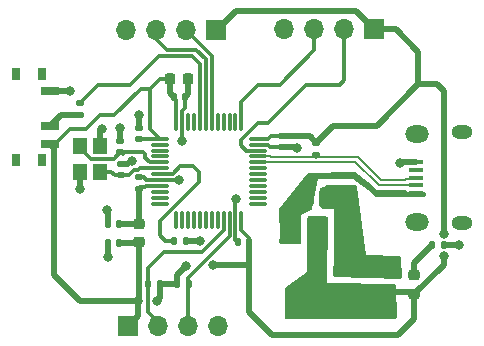
<source format=gbr>
%TF.GenerationSoftware,KiCad,Pcbnew,7.0.7*%
%TF.CreationDate,2025-08-05T19:35:54-07:00*%
%TF.ProjectId,stm32,73746d33-322e-46b6-9963-61645f706362,rev?*%
%TF.SameCoordinates,Original*%
%TF.FileFunction,Copper,L1,Top*%
%TF.FilePolarity,Positive*%
%FSLAX46Y46*%
G04 Gerber Fmt 4.6, Leading zero omitted, Abs format (unit mm)*
G04 Created by KiCad (PCBNEW 7.0.7) date 2025-08-05 19:35:54*
%MOMM*%
%LPD*%
G01*
G04 APERTURE LIST*
G04 Aperture macros list*
%AMRoundRect*
0 Rectangle with rounded corners*
0 $1 Rounding radius*
0 $2 $3 $4 $5 $6 $7 $8 $9 X,Y pos of 4 corners*
0 Add a 4 corners polygon primitive as box body*
4,1,4,$2,$3,$4,$5,$6,$7,$8,$9,$2,$3,0*
0 Add four circle primitives for the rounded corners*
1,1,$1+$1,$2,$3*
1,1,$1+$1,$4,$5*
1,1,$1+$1,$6,$7*
1,1,$1+$1,$8,$9*
0 Add four rect primitives between the rounded corners*
20,1,$1+$1,$2,$3,$4,$5,0*
20,1,$1+$1,$4,$5,$6,$7,0*
20,1,$1+$1,$6,$7,$8,$9,0*
20,1,$1+$1,$8,$9,$2,$3,0*%
G04 Aperture macros list end*
%TA.AperFunction,SMDPad,CuDef*%
%ADD10RoundRect,0.140000X0.170000X-0.140000X0.170000X0.140000X-0.170000X0.140000X-0.170000X-0.140000X0*%
%TD*%
%TA.AperFunction,SMDPad,CuDef*%
%ADD11R,0.800000X1.000000*%
%TD*%
%TA.AperFunction,SMDPad,CuDef*%
%ADD12R,1.500000X0.700000*%
%TD*%
%TA.AperFunction,SMDPad,CuDef*%
%ADD13RoundRect,0.218750X-0.256250X0.218750X-0.256250X-0.218750X0.256250X-0.218750X0.256250X0.218750X0*%
%TD*%
%TA.AperFunction,SMDPad,CuDef*%
%ADD14RoundRect,0.135000X0.185000X-0.135000X0.185000X0.135000X-0.185000X0.135000X-0.185000X-0.135000X0*%
%TD*%
%TA.AperFunction,ComponentPad*%
%ADD15R,1.700000X1.700000*%
%TD*%
%TA.AperFunction,ComponentPad*%
%ADD16O,1.700000X1.700000*%
%TD*%
%TA.AperFunction,SMDPad,CuDef*%
%ADD17RoundRect,0.140000X0.140000X0.170000X-0.140000X0.170000X-0.140000X-0.170000X0.140000X-0.170000X0*%
%TD*%
%TA.AperFunction,SMDPad,CuDef*%
%ADD18RoundRect,0.135000X-0.135000X-0.185000X0.135000X-0.185000X0.135000X0.185000X-0.135000X0.185000X0*%
%TD*%
%TA.AperFunction,SMDPad,CuDef*%
%ADD19RoundRect,0.250000X0.475000X-0.250000X0.475000X0.250000X-0.475000X0.250000X-0.475000X-0.250000X0*%
%TD*%
%TA.AperFunction,SMDPad,CuDef*%
%ADD20R,1.300000X0.450000*%
%TD*%
%TA.AperFunction,ComponentPad*%
%ADD21O,1.800000X1.150000*%
%TD*%
%TA.AperFunction,ComponentPad*%
%ADD22O,2.000000X1.450000*%
%TD*%
%TA.AperFunction,SMDPad,CuDef*%
%ADD23R,1.200000X1.400000*%
%TD*%
%TA.AperFunction,SMDPad,CuDef*%
%ADD24RoundRect,0.250000X-0.250000X-0.475000X0.250000X-0.475000X0.250000X0.475000X-0.250000X0.475000X0*%
%TD*%
%TA.AperFunction,SMDPad,CuDef*%
%ADD25RoundRect,0.135000X-0.185000X0.135000X-0.185000X-0.135000X0.185000X-0.135000X0.185000X0.135000X0*%
%TD*%
%TA.AperFunction,SMDPad,CuDef*%
%ADD26RoundRect,0.140000X-0.140000X-0.170000X0.140000X-0.170000X0.140000X0.170000X-0.140000X0.170000X0*%
%TD*%
%TA.AperFunction,SMDPad,CuDef*%
%ADD27R,1.500000X2.000000*%
%TD*%
%TA.AperFunction,SMDPad,CuDef*%
%ADD28R,3.800000X2.000000*%
%TD*%
%TA.AperFunction,SMDPad,CuDef*%
%ADD29RoundRect,0.075000X-0.662500X-0.075000X0.662500X-0.075000X0.662500X0.075000X-0.662500X0.075000X0*%
%TD*%
%TA.AperFunction,SMDPad,CuDef*%
%ADD30RoundRect,0.075000X-0.075000X-0.662500X0.075000X-0.662500X0.075000X0.662500X-0.075000X0.662500X0*%
%TD*%
%TA.AperFunction,SMDPad,CuDef*%
%ADD31RoundRect,0.225000X-0.225000X-0.250000X0.225000X-0.250000X0.225000X0.250000X-0.225000X0.250000X0*%
%TD*%
%TA.AperFunction,SMDPad,CuDef*%
%ADD32RoundRect,0.140000X-0.170000X0.140000X-0.170000X-0.140000X0.170000X-0.140000X0.170000X0.140000X0*%
%TD*%
%TA.AperFunction,SMDPad,CuDef*%
%ADD33RoundRect,0.135000X0.135000X0.185000X-0.135000X0.185000X-0.135000X-0.185000X0.135000X-0.185000X0*%
%TD*%
%TA.AperFunction,ViaPad*%
%ADD34C,0.800000*%
%TD*%
%TA.AperFunction,Conductor*%
%ADD35C,0.500000*%
%TD*%
%TA.AperFunction,Conductor*%
%ADD36C,0.300000*%
%TD*%
%TA.AperFunction,Conductor*%
%ADD37C,0.250000*%
%TD*%
%TA.AperFunction,Conductor*%
%ADD38C,0.200000*%
%TD*%
G04 APERTURE END LIST*
D10*
%TO.P,C6,1*%
%TO.N,+3.3VA*%
X132849885Y-72252916D03*
%TO.P,C6,2*%
%TO.N,GND*%
X132849885Y-71292916D03*
%TD*%
D11*
%TO.P,SW1,*%
%TO.N,*%
X124699000Y-62562828D03*
X122489000Y-62562828D03*
X124699000Y-69862828D03*
X122489000Y-69862828D03*
D12*
%TO.P,SW1,1,A*%
%TO.N,GND*%
X125349000Y-63962828D03*
%TO.P,SW1,2,B*%
%TO.N,/SW_BOOT0*%
X125349000Y-66962828D03*
%TO.P,SW1,3,C*%
%TO.N,+3.3V*%
X125349000Y-68462828D03*
%TD*%
D13*
%TO.P,FB1,1*%
%TO.N,+3.3VA*%
X132877746Y-75199521D03*
%TO.P,FB1,2*%
%TO.N,+3.3V*%
X132877746Y-76774521D03*
%TD*%
D14*
%TO.P,R1,1*%
%TO.N,/SW_BOOT0*%
X127927254Y-65993647D03*
%TO.P,R1,2*%
%TO.N,/BOOT0*%
X127927254Y-64973647D03*
%TD*%
D13*
%TO.P,D1,1,K*%
%TO.N,/PWR_LED_K*%
X156198816Y-79583644D03*
%TO.P,D1,2,A*%
%TO.N,+3.3V*%
X156198816Y-81158644D03*
%TD*%
D15*
%TO.P,J2,1,Pin_1*%
%TO.N,+3.3V*%
X139392013Y-58783153D03*
D16*
%TO.P,J2,2,Pin_2*%
%TO.N,/USART1_TX*%
X136852013Y-58783153D03*
%TO.P,J2,3,Pin_3*%
%TO.N,/UART1_RX*%
X134312013Y-58783153D03*
%TO.P,J2,4,Pin_4*%
%TO.N,GND*%
X131772013Y-58783153D03*
%TD*%
D17*
%TO.P,C7,1*%
%TO.N,+3.3VA*%
X131177594Y-75199521D03*
%TO.P,C7,2*%
%TO.N,GND*%
X130217594Y-75199521D03*
%TD*%
%TO.P,C3,1*%
%TO.N,+3.3V*%
X142185459Y-76787139D03*
%TO.P,C3,2*%
%TO.N,GND*%
X141225459Y-76787139D03*
%TD*%
D18*
%TO.P,R5,1*%
%TO.N,+3.3V*%
X136066077Y-80341650D03*
%TO.P,R5,2*%
%TO.N,/I2C_SDA*%
X137086077Y-80341650D03*
%TD*%
D19*
%TO.P,C13,1*%
%TO.N,+3.3V*%
X152953255Y-81037210D03*
%TO.P,C13,2*%
%TO.N,GND*%
X152953255Y-79137210D03*
%TD*%
D10*
%TO.P,C11,1*%
%TO.N,/HSE_OUT*%
X131342197Y-71132185D03*
%TO.P,C11,2*%
%TO.N,GND*%
X131342197Y-70172185D03*
%TD*%
D15*
%TO.P,J4,1,Pin_1*%
%TO.N,+3.3V*%
X131947324Y-83913371D03*
D16*
%TO.P,J4,2,Pin_2*%
%TO.N,/I2C_SCL*%
X134487324Y-83913371D03*
%TO.P,J4,3,Pin_3*%
%TO.N,/I2C_SDA*%
X137027324Y-83913371D03*
%TO.P,J4,4,Pin_4*%
%TO.N,GND*%
X139567324Y-83913371D03*
%TD*%
D20*
%TO.P,J1,1,VBUS*%
%TO.N,VBUS*%
X156349000Y-72620000D03*
%TO.P,J1,2,D-*%
%TO.N,/USB_D-*%
X156349000Y-71970000D03*
%TO.P,J1,3,D+*%
%TO.N,/USB_D+*%
X156349000Y-71320000D03*
%TO.P,J1,4,ID*%
%TO.N,unconnected-(J1-ID-Pad4)*%
X156349000Y-70670000D03*
%TO.P,J1,5,GND*%
%TO.N,GND*%
X156349000Y-70020000D03*
D21*
%TO.P,J1,6,Shield*%
%TO.N,unconnected-(J1-Shield-Pad6)*%
X160199000Y-75195000D03*
D22*
X156399000Y-75045000D03*
X156399000Y-67595000D03*
D21*
X160199000Y-67445000D03*
%TD*%
D10*
%TO.P,C4,1*%
%TO.N,+3.3V*%
X132851103Y-68047977D03*
%TO.P,C4,2*%
%TO.N,GND*%
X132851103Y-67087977D03*
%TD*%
D17*
%TO.P,C8,1*%
%TO.N,+3.3V*%
X131228295Y-76821960D03*
%TO.P,C8,2*%
%TO.N,GND*%
X130268295Y-76821960D03*
%TD*%
D23*
%TO.P,Y1,1,1*%
%TO.N,/HSE_IN*%
X127911267Y-68658724D03*
%TO.P,Y1,2,2*%
%TO.N,GND*%
X127911267Y-70858724D03*
%TO.P,Y1,3,3*%
%TO.N,/HSE_OUT*%
X129611267Y-70858724D03*
%TO.P,Y1,4,4*%
%TO.N,GND*%
X129611267Y-68658724D03*
%TD*%
D18*
%TO.P,R3,1*%
%TO.N,/PWR_LED_K*%
X157680423Y-77035026D03*
%TO.P,R3,2*%
%TO.N,GND*%
X158700423Y-77035026D03*
%TD*%
D24*
%TO.P,C12,1*%
%TO.N,VBUS*%
X147150527Y-72988634D03*
%TO.P,C12,2*%
%TO.N,GND*%
X149050527Y-72988634D03*
%TD*%
D25*
%TO.P,R2,1*%
%TO.N,+3.3V*%
X147901653Y-68350863D03*
%TO.P,R2,2*%
%TO.N,/USB_D+*%
X147901653Y-69370863D03*
%TD*%
D10*
%TO.P,C10,1*%
%TO.N,/HSE_IN*%
X131302302Y-69138724D03*
%TO.P,C10,2*%
%TO.N,GND*%
X131302302Y-68178724D03*
%TD*%
D26*
%TO.P,C1,1*%
%TO.N,+3.3V*%
X135811543Y-64516000D03*
%TO.P,C1,2*%
%TO.N,GND*%
X136771543Y-64516000D03*
%TD*%
%TO.P,C9,1*%
%TO.N,/NRST*%
X135875126Y-76682020D03*
%TO.P,C9,2*%
%TO.N,GND*%
X136835126Y-76682020D03*
%TD*%
D15*
%TO.P,J3,1,Pin_1*%
%TO.N,+3.3V*%
X152810290Y-58753394D03*
D16*
%TO.P,J3,2,Pin_2*%
%TO.N,/SWDIO*%
X150270290Y-58753394D03*
%TO.P,J3,3,Pin_3*%
%TO.N,/SWCLK*%
X147730290Y-58753394D03*
%TO.P,J3,4,Pin_4*%
%TO.N,GND*%
X145190290Y-58753394D03*
%TD*%
D27*
%TO.P,U2,1,GND*%
%TO.N,GND*%
X150277955Y-75746566D03*
%TO.P,U2,2,VO*%
%TO.N,+3.3V*%
X147977955Y-75746566D03*
D28*
X147977955Y-82046566D03*
D27*
%TO.P,U2,3,VI*%
%TO.N,VBUS*%
X145677955Y-75746566D03*
%TD*%
D29*
%TO.P,U1,1,VBAT*%
%TO.N,+3.3V*%
X134635079Y-68021882D03*
%TO.P,U1,2,PC13*%
%TO.N,unconnected-(U1-PC13-Pad2)*%
X134635079Y-68521882D03*
%TO.P,U1,3,PC14*%
%TO.N,unconnected-(U1-PC14-Pad3)*%
X134635079Y-69021882D03*
%TO.P,U1,4,PC15*%
%TO.N,unconnected-(U1-PC15-Pad4)*%
X134635079Y-69521882D03*
%TO.P,U1,5,PD0*%
%TO.N,/HSE_IN*%
X134635079Y-70021882D03*
%TO.P,U1,6,PD1*%
%TO.N,/HSE_OUT*%
X134635079Y-70521882D03*
%TO.P,U1,7,NRST*%
%TO.N,/NRST*%
X134635079Y-71021882D03*
%TO.P,U1,8,VSSA*%
%TO.N,GND*%
X134635079Y-71521882D03*
%TO.P,U1,9,VDDA*%
%TO.N,+3.3VA*%
X134635079Y-72021882D03*
%TO.P,U1,10,PA0*%
%TO.N,unconnected-(U1-PA0-Pad10)*%
X134635079Y-72521882D03*
%TO.P,U1,11,PA1*%
%TO.N,unconnected-(U1-PA1-Pad11)*%
X134635079Y-73021882D03*
%TO.P,U1,12,PA2*%
%TO.N,unconnected-(U1-PA2-Pad12)*%
X134635079Y-73521882D03*
D30*
%TO.P,U1,13,PA3*%
%TO.N,unconnected-(U1-PA3-Pad13)*%
X136047579Y-74934382D03*
%TO.P,U1,14,PA4*%
%TO.N,unconnected-(U1-PA4-Pad14)*%
X136547579Y-74934382D03*
%TO.P,U1,15,PA5*%
%TO.N,unconnected-(U1-PA5-Pad15)*%
X137047579Y-74934382D03*
%TO.P,U1,16,PA6*%
%TO.N,unconnected-(U1-PA6-Pad16)*%
X137547579Y-74934382D03*
%TO.P,U1,17,PA7*%
%TO.N,unconnected-(U1-PA7-Pad17)*%
X138047579Y-74934382D03*
%TO.P,U1,18,PB0*%
%TO.N,unconnected-(U1-PB0-Pad18)*%
X138547579Y-74934382D03*
%TO.P,U1,19,PB1*%
%TO.N,unconnected-(U1-PB1-Pad19)*%
X139047579Y-74934382D03*
%TO.P,U1,20,PB2*%
%TO.N,unconnected-(U1-PB2-Pad20)*%
X139547579Y-74934382D03*
%TO.P,U1,21,PB10*%
%TO.N,/I2C_SCL*%
X140047579Y-74934382D03*
%TO.P,U1,22,PB11*%
%TO.N,/I2C_SDA*%
X140547579Y-74934382D03*
%TO.P,U1,23,VSS*%
%TO.N,GND*%
X141047579Y-74934382D03*
%TO.P,U1,24,VDD*%
%TO.N,+3.3V*%
X141547579Y-74934382D03*
D29*
%TO.P,U1,25,PB12*%
%TO.N,unconnected-(U1-PB12-Pad25)*%
X142960079Y-73521882D03*
%TO.P,U1,26,PB13*%
%TO.N,unconnected-(U1-PB13-Pad26)*%
X142960079Y-73021882D03*
%TO.P,U1,27,PB14*%
%TO.N,unconnected-(U1-PB14-Pad27)*%
X142960079Y-72521882D03*
%TO.P,U1,28,PB15*%
%TO.N,unconnected-(U1-PB15-Pad28)*%
X142960079Y-72021882D03*
%TO.P,U1,29,PA8*%
%TO.N,unconnected-(U1-PA8-Pad29)*%
X142960079Y-71521882D03*
%TO.P,U1,30,PA9*%
%TO.N,unconnected-(U1-PA9-Pad30)*%
X142960079Y-71021882D03*
%TO.P,U1,31,PA10*%
%TO.N,unconnected-(U1-PA10-Pad31)*%
X142960079Y-70521882D03*
%TO.P,U1,32,PA11*%
%TO.N,/USB_D-*%
X142960079Y-70021882D03*
%TO.P,U1,33,PA12*%
%TO.N,/USB_D+*%
X142960079Y-69521882D03*
%TO.P,U1,34,PA13*%
%TO.N,/SWDIO*%
X142960079Y-69021882D03*
%TO.P,U1,35,VSS*%
%TO.N,GND*%
X142960079Y-68521882D03*
%TO.P,U1,36,VDD*%
%TO.N,+3.3V*%
X142960079Y-68021882D03*
D30*
%TO.P,U1,37,PA14*%
%TO.N,/SWCLK*%
X141547579Y-66609382D03*
%TO.P,U1,38,PA15*%
%TO.N,unconnected-(U1-PA15-Pad38)*%
X141047579Y-66609382D03*
%TO.P,U1,39,PB3*%
%TO.N,unconnected-(U1-PB3-Pad39)*%
X140547579Y-66609382D03*
%TO.P,U1,40,PB4*%
%TO.N,unconnected-(U1-PB4-Pad40)*%
X140047579Y-66609382D03*
%TO.P,U1,41,PB5*%
%TO.N,unconnected-(U1-PB5-Pad41)*%
X139547579Y-66609382D03*
%TO.P,U1,42,PB6*%
%TO.N,/USART1_TX*%
X139047579Y-66609382D03*
%TO.P,U1,43,PB7*%
%TO.N,/UART1_RX*%
X138547579Y-66609382D03*
%TO.P,U1,44,BOOT0*%
%TO.N,/BOOT0*%
X138047579Y-66609382D03*
%TO.P,U1,45,PB8*%
%TO.N,unconnected-(U1-PB8-Pad45)*%
X137547579Y-66609382D03*
%TO.P,U1,46,PB9*%
%TO.N,unconnected-(U1-PB9-Pad46)*%
X137047579Y-66609382D03*
%TO.P,U1,47,VSS*%
%TO.N,GND*%
X136547579Y-66609382D03*
%TO.P,U1,48,VDD*%
%TO.N,+3.3V*%
X136047579Y-66609382D03*
%TD*%
D31*
%TO.P,C5,1*%
%TO.N,+3.3V*%
X135469798Y-62992000D03*
%TO.P,C5,2*%
%TO.N,GND*%
X137019798Y-62992000D03*
%TD*%
D32*
%TO.P,C2,1*%
%TO.N,+3.3V*%
X144949262Y-67768144D03*
%TO.P,C2,2*%
%TO.N,GND*%
X144949262Y-68728144D03*
%TD*%
D33*
%TO.P,R4,1*%
%TO.N,+3.3V*%
X134658961Y-80353970D03*
%TO.P,R4,2*%
%TO.N,/I2C_SCL*%
X133638961Y-80353970D03*
%TD*%
D34*
%TO.N,+3.3V*%
X136847396Y-78778132D03*
X139127989Y-78747216D03*
X158685233Y-76115526D03*
X132810089Y-81793588D03*
X134388461Y-81793588D03*
X158685233Y-77954526D03*
%TO.N,GND*%
X150775405Y-77586977D03*
X146225024Y-68792080D03*
X149846130Y-77586977D03*
X127031444Y-63955942D03*
X130249325Y-78010408D03*
X132265789Y-69931196D03*
X150359311Y-72566119D03*
X131303062Y-67110573D03*
X132857641Y-66022207D03*
X141054277Y-73105571D03*
X130147986Y-74067660D03*
X154629156Y-79085176D03*
X138071713Y-76654941D03*
X150359311Y-73509263D03*
X154975810Y-70036294D03*
X127926394Y-72289383D03*
X136553553Y-68204003D03*
X159981325Y-77042671D03*
X136281327Y-71519470D03*
X129738066Y-67179855D03*
%TD*%
D35*
%TO.N,+3.3V*%
X125683598Y-79559515D02*
X127917671Y-81793588D01*
X156511956Y-63399708D02*
X153001749Y-66909915D01*
X156511956Y-60651717D02*
X156511956Y-63399708D01*
X136847396Y-78778132D02*
X136066077Y-79559451D01*
X158125969Y-63399708D02*
X156511956Y-63399708D01*
X134658961Y-80353970D02*
X136053757Y-80353970D01*
D36*
X144067856Y-67768144D02*
X144949262Y-67768144D01*
X128368172Y-67211828D02*
X129540000Y-66040000D01*
D35*
X136066077Y-79559451D02*
X136066077Y-80341650D01*
D36*
X132877198Y-68021882D02*
X132851103Y-68047977D01*
X141547579Y-74934382D02*
X141547579Y-75761579D01*
D35*
X158685233Y-76115526D02*
X158685233Y-63958972D01*
X149342601Y-66909915D02*
X147901653Y-68350863D01*
X147318934Y-67768144D02*
X147901653Y-68350863D01*
X139796771Y-59187911D02*
X139392013Y-58783153D01*
X158685233Y-63958972D02*
X158125969Y-63399708D01*
X125349000Y-68462828D02*
X125683598Y-68797426D01*
D36*
X141547579Y-75761579D02*
X142185459Y-76399459D01*
D35*
X151235939Y-57179043D02*
X152810290Y-58753394D01*
X154613633Y-58753394D02*
X156511956Y-60651717D01*
X152953255Y-81037210D02*
X156077382Y-81037210D01*
D36*
X134635079Y-68021882D02*
X133831199Y-67218002D01*
X134620000Y-62992000D02*
X135469798Y-62992000D01*
D35*
X132830307Y-76821960D02*
X132877746Y-76774521D01*
D36*
X142960079Y-68021882D02*
X143814118Y-68021882D01*
X142185459Y-76399459D02*
X142185459Y-76787139D01*
D35*
X144143945Y-84620899D02*
X154847196Y-84620899D01*
X132810089Y-81793588D02*
X132810089Y-83050606D01*
D36*
X133820635Y-67228566D02*
X133820635Y-63791365D01*
X136047579Y-64752036D02*
X135811543Y-64516000D01*
D35*
X127917671Y-81793588D02*
X132810089Y-81793588D01*
X153001749Y-66909915D02*
X149342601Y-66909915D01*
X158685233Y-78672227D02*
X158685233Y-77954526D01*
X139392013Y-58783153D02*
X139477740Y-58783153D01*
X134658961Y-81523088D02*
X134388461Y-81793588D01*
X156198816Y-83269279D02*
X156198816Y-81158644D01*
D36*
X133031834Y-63791365D02*
X133820635Y-63791365D01*
D35*
X125683598Y-68797426D02*
X125683598Y-79559515D01*
D36*
X127000000Y-67211828D02*
X128368172Y-67211828D01*
D35*
X135469798Y-64174255D02*
X135811543Y-64516000D01*
X142185459Y-82662413D02*
X144143945Y-84620899D01*
X154847196Y-84620899D02*
X156198816Y-83269279D01*
D36*
X136047579Y-66609382D02*
X136047579Y-64752036D01*
D35*
X135469798Y-62992000D02*
X135469798Y-64174255D01*
D36*
X125349000Y-68462828D02*
X125749000Y-68462828D01*
X134635079Y-68021882D02*
X132877198Y-68021882D01*
D35*
X132877746Y-81725931D02*
X132810089Y-81793588D01*
X131228295Y-76821960D02*
X132830307Y-76821960D01*
X142185459Y-76787139D02*
X142185459Y-78740000D01*
D36*
X133820635Y-63791365D02*
X134620000Y-62992000D01*
D35*
X136053757Y-80353970D02*
X136066077Y-80341650D01*
D36*
X143814118Y-68021882D02*
X144067856Y-67768144D01*
X129540000Y-66040000D02*
X130783199Y-66040000D01*
D35*
X152810290Y-58753394D02*
X154613633Y-58753394D01*
X144949262Y-67768144D02*
X147318934Y-67768144D01*
X141081850Y-57179043D02*
X151235939Y-57179043D01*
X139135205Y-78740000D02*
X139127989Y-78747216D01*
X132877746Y-76774521D02*
X132877746Y-81725931D01*
D36*
X130783199Y-66040000D02*
X133031834Y-63791365D01*
D35*
X139477740Y-58783153D02*
X141081850Y-57179043D01*
D36*
X133831199Y-67218002D02*
X133820635Y-67228566D01*
D35*
X156198816Y-81158644D02*
X158685233Y-78672227D01*
X142185459Y-78740000D02*
X142185459Y-82662413D01*
X142185459Y-78740000D02*
X139135205Y-78740000D01*
X156077382Y-81037210D02*
X156198816Y-81158644D01*
X134658961Y-80353970D02*
X134658961Y-81523088D01*
D36*
X125749000Y-68462828D02*
X127000000Y-67211828D01*
D35*
X132810089Y-83050606D02*
X131947324Y-83913371D01*
%TO.N,GND*%
X125355886Y-63955942D02*
X125349000Y-63962828D01*
D36*
X154577122Y-79137210D02*
X154629156Y-79085176D01*
D35*
X159973680Y-77035026D02*
X159981325Y-77042671D01*
X130268295Y-76821960D02*
X130268295Y-77991438D01*
D36*
X136547579Y-66609382D02*
X136547579Y-65636421D01*
D35*
X137019798Y-62992000D02*
X137019798Y-64267745D01*
D36*
X134635079Y-71521882D02*
X133497882Y-71521882D01*
D35*
X144949262Y-68728144D02*
X146161088Y-68728144D01*
D36*
X143798620Y-68521882D02*
X144004882Y-68728144D01*
X136547579Y-68198029D02*
X136553553Y-68204003D01*
D35*
X130217594Y-74137268D02*
X130147986Y-74067660D01*
X132851103Y-67087977D02*
X132851103Y-66028745D01*
X127031444Y-63955942D02*
X125355886Y-63955942D01*
X138044634Y-76682020D02*
X138071713Y-76654941D01*
D36*
X141047579Y-74934382D02*
X141047579Y-76609259D01*
D35*
X127911267Y-70858724D02*
X127911267Y-72274256D01*
D36*
X136547579Y-65636421D02*
X136771543Y-65412457D01*
D35*
X131302302Y-68178724D02*
X131302302Y-67111333D01*
X131342197Y-70172185D02*
X131925287Y-70172185D01*
X130217594Y-75199521D02*
X130217594Y-74137268D01*
X155017104Y-69995000D02*
X156349000Y-69995000D01*
D36*
X144004882Y-68728144D02*
X144949262Y-68728144D01*
X136547579Y-66609382D02*
X136547579Y-68198029D01*
X134635079Y-71521882D02*
X136278915Y-71521882D01*
D35*
X129611267Y-68658724D02*
X129611267Y-67306654D01*
X146161088Y-68728144D02*
X146225024Y-68792080D01*
X158700423Y-77035026D02*
X159973680Y-77035026D01*
X131302302Y-67111333D02*
X131303062Y-67110573D01*
X137019798Y-64267745D02*
X136771543Y-64516000D01*
X154975810Y-70036294D02*
X155017104Y-69995000D01*
X129611267Y-67306654D02*
X129738066Y-67179855D01*
X130268295Y-77991438D02*
X130249325Y-78010408D01*
X132851103Y-66028745D02*
X132857641Y-66022207D01*
D36*
X136771543Y-65412457D02*
X136771543Y-64516000D01*
X141047579Y-73112269D02*
X141054277Y-73105571D01*
X133497882Y-71521882D02*
X133268916Y-71292916D01*
X141047579Y-76609259D02*
X141225459Y-76787139D01*
X133268916Y-71292916D02*
X132849885Y-71292916D01*
X142960079Y-68521882D02*
X143798620Y-68521882D01*
X136278915Y-71521882D02*
X136281327Y-71519470D01*
X141047579Y-74934382D02*
X141047579Y-73112269D01*
D35*
X127911267Y-72274256D02*
X127926394Y-72289383D01*
X136835126Y-76682020D02*
X138044634Y-76682020D01*
D36*
%TO.N,+3.3VA*%
X132966801Y-72136000D02*
X132849885Y-72252916D01*
X133350000Y-72136000D02*
X132966801Y-72136000D01*
X133464118Y-72021882D02*
X133350000Y-72136000D01*
D35*
X132849885Y-72252916D02*
X132849885Y-75171660D01*
X131177594Y-75199521D02*
X132877746Y-75199521D01*
D36*
X134635079Y-72021882D02*
X133464118Y-72021882D01*
D35*
X132849885Y-75171660D02*
X132877746Y-75199521D01*
D36*
%TO.N,/NRST*%
X134620000Y-76200000D02*
X134620000Y-74969012D01*
X135875126Y-76682020D02*
X135102020Y-76682020D01*
X137930761Y-70814005D02*
X137452889Y-70336133D01*
X137930761Y-71658251D02*
X137930761Y-70814005D01*
X137452889Y-70336133D02*
X137447002Y-70342020D01*
X136381410Y-70358726D02*
X135718254Y-71021882D01*
X137447002Y-70342020D02*
X136381410Y-70342020D01*
X135718254Y-71021882D02*
X134635079Y-71021882D01*
X135102020Y-76682020D02*
X134620000Y-76200000D01*
X136381410Y-70342020D02*
X136381410Y-70358726D01*
X134620000Y-74969012D02*
X137930761Y-71658251D01*
%TO.N,/HSE_IN*%
X127911267Y-68841991D02*
X127911267Y-68658724D01*
X130732302Y-69708724D02*
X128778000Y-69708724D01*
X133390015Y-69322685D02*
X133206054Y-69138724D01*
X131505578Y-69342000D02*
X131302302Y-69138724D01*
X133796538Y-70021882D02*
X133390015Y-69615359D01*
X131302302Y-69138724D02*
X130732302Y-69708724D01*
X133206054Y-69138724D02*
X131302302Y-69138724D01*
X133390015Y-69615359D02*
X133390015Y-69322685D01*
X128778000Y-69708724D02*
X127911267Y-68841991D01*
X134635079Y-70021882D02*
X133796538Y-70021882D01*
%TO.N,/HSE_OUT*%
X132813100Y-70662916D02*
X132476920Y-70662916D01*
X134635079Y-70521882D02*
X132954134Y-70521882D01*
X132476920Y-70662916D02*
X132007651Y-71132185D01*
X131342197Y-71132185D02*
X130822185Y-71132185D01*
X130548724Y-70858724D02*
X129611267Y-70858724D01*
X130822185Y-71132185D02*
X130548724Y-70858724D01*
X132954134Y-70521882D02*
X132813100Y-70662916D01*
X132007651Y-71132185D02*
X131342197Y-71132185D01*
D37*
%TO.N,VBUS*%
X147150527Y-72988634D02*
X145677955Y-74461206D01*
X145677955Y-74461206D02*
X145677955Y-75746566D01*
D35*
%TO.N,/PWR_LED_K*%
X156198816Y-79583644D02*
X156198816Y-78516633D01*
X156198816Y-78516633D02*
X157680423Y-77035026D01*
D38*
%TO.N,/USB_D-*%
X144091330Y-69996882D02*
X151208568Y-69996882D01*
X142960079Y-70021882D02*
X144066330Y-70021882D01*
X151208568Y-69996882D02*
X153181686Y-71970000D01*
X144066330Y-70021882D02*
X144091330Y-69996882D01*
X153181686Y-71970000D02*
X156349000Y-71970000D01*
%TO.N,/USB_D+*%
X144066330Y-69521882D02*
X144091330Y-69546882D01*
X151394968Y-69546882D02*
X153368085Y-71519999D01*
X147907749Y-69546882D02*
X151394968Y-69546882D01*
X153368085Y-71519999D02*
X155399000Y-71519999D01*
X144091330Y-69546882D02*
X147907749Y-69546882D01*
D36*
X147901653Y-69370863D02*
X147901653Y-69540786D01*
D38*
X142960079Y-69521882D02*
X144066330Y-69521882D01*
X156224000Y-71445000D02*
X156349000Y-71320000D01*
X155399000Y-71445000D02*
X156224000Y-71445000D01*
X155399000Y-71519999D02*
X155399000Y-71445000D01*
D36*
X147901653Y-69540786D02*
X147907749Y-69546882D01*
%TO.N,/UART1_RX*%
X138547579Y-61311120D02*
X137748260Y-60511801D01*
X138547579Y-66609382D02*
X138547579Y-61311120D01*
X134312013Y-59589203D02*
X134312013Y-58783153D01*
X135234611Y-60511801D02*
X134312013Y-59589203D01*
X137748260Y-60511801D02*
X135234611Y-60511801D01*
%TO.N,/USART1_TX*%
X136852013Y-58783153D02*
X139047579Y-60978719D01*
X139047579Y-60978719D02*
X139047579Y-66609382D01*
%TO.N,/SWDIO*%
X141525546Y-68117874D02*
X141525546Y-68583888D01*
X150270290Y-58753394D02*
X150270290Y-63089710D01*
X143795395Y-66695186D02*
X142948234Y-66695186D01*
X146990581Y-63500000D02*
X143795395Y-66695186D01*
X141525546Y-68583888D02*
X141963540Y-69021882D01*
X150270290Y-63089710D02*
X149860000Y-63500000D01*
X142948234Y-66695186D02*
X141525546Y-68117874D01*
X141963540Y-69021882D02*
X142960079Y-69021882D01*
X149860000Y-63500000D02*
X146990581Y-63500000D01*
%TO.N,/SWCLK*%
X144780000Y-63500000D02*
X147730290Y-60549710D01*
X147730290Y-60549710D02*
X147730290Y-58753394D01*
X141547372Y-64936312D02*
X142983684Y-63500000D01*
X141547579Y-65070528D02*
X141547372Y-65070321D01*
X142983684Y-63500000D02*
X144780000Y-63500000D01*
X141547579Y-66609382D02*
X141547579Y-65070528D01*
X141547372Y-65070321D02*
X141547372Y-64936312D01*
%TO.N,/I2C_SDA*%
X137027324Y-79787927D02*
X137027324Y-83913371D01*
X140547579Y-74934382D02*
X140547579Y-76267672D01*
X140547579Y-76267672D02*
X137125316Y-79689935D01*
X137125316Y-79689935D02*
X137027324Y-79787927D01*
%TO.N,/I2C_SCL*%
X134979291Y-77569563D02*
X134533980Y-78014874D01*
X140047579Y-74934382D02*
X140047579Y-75772923D01*
X133638961Y-80353970D02*
X133638961Y-82718991D01*
X133638961Y-82718991D02*
X134487324Y-83567354D01*
X134533980Y-78014874D02*
X134533980Y-78037685D01*
X134533980Y-78037685D02*
X133638961Y-78932704D01*
X133638961Y-78932704D02*
X133638961Y-80353970D01*
X134487324Y-83567354D02*
X134487324Y-83913371D01*
X138250939Y-77569563D02*
X134979291Y-77569563D01*
X140047579Y-75772923D02*
X138250939Y-77569563D01*
D35*
%TO.N,/SW_BOOT0*%
X125349000Y-66962828D02*
X126271828Y-66040000D01*
X126271828Y-66040000D02*
X127880901Y-66040000D01*
X127880901Y-66040000D02*
X127927254Y-65993647D01*
D36*
X125507828Y-66804000D02*
X125349000Y-66962828D01*
%TO.N,/BOOT0*%
X129540000Y-63500000D02*
X129400901Y-63500000D01*
X132130017Y-63500000D02*
X134575487Y-61054530D01*
X138047579Y-61735530D02*
X138047579Y-66609382D01*
X137366579Y-61054530D02*
X138047579Y-61735530D01*
X129400901Y-63500000D02*
X127927254Y-64973647D01*
X129540000Y-63500000D02*
X132130017Y-63500000D01*
X134575487Y-61054530D02*
X137366579Y-61054530D01*
%TD*%
%TA.AperFunction,Conductor*%
%TO.N,+3.3V*%
G36*
X148732969Y-74604229D02*
G01*
X148799630Y-74625158D01*
X148844394Y-74678805D01*
X148854659Y-74728854D01*
X148825771Y-80275296D01*
X148825772Y-80275296D01*
X148825772Y-80275297D01*
X154550831Y-80362040D01*
X154617563Y-80382738D01*
X154662513Y-80436229D01*
X154672945Y-80484761D01*
X154699966Y-83132834D01*
X154680966Y-83200071D01*
X154628632Y-83246362D01*
X154576749Y-83258097D01*
X145407555Y-83315584D01*
X145340394Y-83296320D01*
X145294309Y-83243804D01*
X145282778Y-83191586D01*
X145282778Y-80663289D01*
X145302463Y-80596250D01*
X145333939Y-80562937D01*
X147113325Y-79271449D01*
X147141717Y-74700170D01*
X147161818Y-74633255D01*
X147214905Y-74587829D01*
X147268021Y-74576962D01*
X148732969Y-74604229D01*
G37*
%TD.AperFunction*%
%TD*%
%TA.AperFunction,Conductor*%
%TO.N,GND*%
G36*
X151238309Y-71968817D02*
G01*
X151247678Y-71975366D01*
X151273221Y-71995034D01*
X151314329Y-72051531D01*
X151320570Y-72077564D01*
X152059892Y-77862748D01*
X154966841Y-77989927D01*
X155032956Y-78012522D01*
X155076359Y-78067276D01*
X155085396Y-78111328D01*
X155118263Y-79754666D01*
X155099923Y-79822086D01*
X155048045Y-79868888D01*
X154991047Y-79881104D01*
X149461389Y-79736537D01*
X149394887Y-79715107D01*
X149350528Y-79661125D01*
X149340641Y-79610948D01*
X149361971Y-77989927D01*
X149414611Y-73989300D01*
X148449004Y-73989300D01*
X148381965Y-73969615D01*
X148340145Y-73924678D01*
X148281119Y-73816465D01*
X148163337Y-73600530D01*
X148148210Y-73542954D01*
X148135302Y-72652311D01*
X148137841Y-72625499D01*
X148208990Y-72280291D01*
X148241800Y-72218611D01*
X148273247Y-72195304D01*
X148685286Y-71981188D01*
X148741563Y-71967223D01*
X151171130Y-71949618D01*
X151238309Y-71968817D01*
G37*
%TD.AperFunction*%
%TD*%
%TA.AperFunction,Conductor*%
%TO.N,VBUS*%
G36*
X151127781Y-70857835D02*
G01*
X151137657Y-70864501D01*
X152603560Y-71960070D01*
X152617007Y-71971713D01*
X152853636Y-72208342D01*
X152943344Y-72298050D01*
X152963081Y-72308106D01*
X152979667Y-72318269D01*
X152997596Y-72331296D01*
X152997598Y-72331296D01*
X152997599Y-72331297D01*
X153018660Y-72338140D01*
X153036639Y-72345586D01*
X153056382Y-72355646D01*
X153078271Y-72359112D01*
X153097187Y-72363653D01*
X153118253Y-72370499D01*
X153147610Y-72370499D01*
X153147634Y-72370500D01*
X153150167Y-72370500D01*
X155398167Y-72370500D01*
X155465206Y-72390185D01*
X155485848Y-72406819D01*
X155526235Y-72447206D01*
X155629009Y-72492585D01*
X155654135Y-72495500D01*
X157025658Y-72495499D01*
X157092697Y-72515184D01*
X157138452Y-72567987D01*
X157149658Y-72619499D01*
X157149658Y-72843473D01*
X157129973Y-72910512D01*
X157077169Y-72956267D01*
X157025056Y-72967472D01*
X153053442Y-72948193D01*
X152986499Y-72928183D01*
X152978392Y-72922443D01*
X152584958Y-72619499D01*
X151002790Y-71401229D01*
X151002789Y-71401229D01*
X148069971Y-71441403D01*
X147541122Y-74007296D01*
X147508310Y-74068982D01*
X147465313Y-74097561D01*
X146563385Y-74454574D01*
X146601534Y-76800735D01*
X146582942Y-76868086D01*
X146530888Y-76914693D01*
X146478913Y-76926744D01*
X144901561Y-76944078D01*
X144834309Y-76925131D01*
X144787976Y-76872833D01*
X144776200Y-76819469D01*
X144779434Y-76172770D01*
X144736311Y-74096923D01*
X144754599Y-74029491D01*
X144762540Y-74018046D01*
X144770932Y-74007296D01*
X147129984Y-70985370D01*
X147186751Y-70944640D01*
X147224560Y-70937715D01*
X151060262Y-70839866D01*
X151127781Y-70857835D01*
G37*
%TD.AperFunction*%
%TD*%
M02*

</source>
